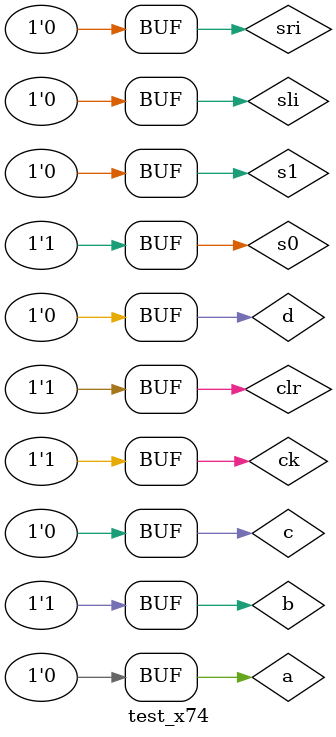
<source format=v>
`timescale 1ns / 1ps


module test_x74;

	// Inputs
	reg s0;
	reg s1;
	reg sli;
	reg sri;
	reg ck;
	reg clr;
	reg a;
	reg b;
	reg c;
	reg d;

	// Outputs
	wire qa;
	wire qb;
	wire qc;
	wire qd;

	// Instantiate the Unit Under Test (UUT)
	x74_194 uut (
		.s0(s0), 
		.s1(s1), 
		.sli(sli), 
		.sri(sri), 
		.ck(ck), 
		.clr(clr), 
		.a(a), 
		.b(b), 
		.c(c), 
		.d(d), 
		.qa(qa), 
		.qb(qb), 
		.qc(qc), 
		.qd(qd)
	);

	initial begin
		// Initialize Inputs
		a = 0;
		b = 1;
		c = 0;
		d = 0;
		sli = 0;
		sri = 0;
		s0 = 0;
		s1 = 0;
		ck = 0;
		clr = 0;

		// Wait 100 ns for global reset to finish
		#100;
        
        clr = 1;
        ck = 1;
        s0 = 1;
        s1 = 1;

        #100;

        ck = 0;
        s0 = 1;
        s1 = 0;

        #100;

        ck = 1;

		
	end
      
endmodule


</source>
